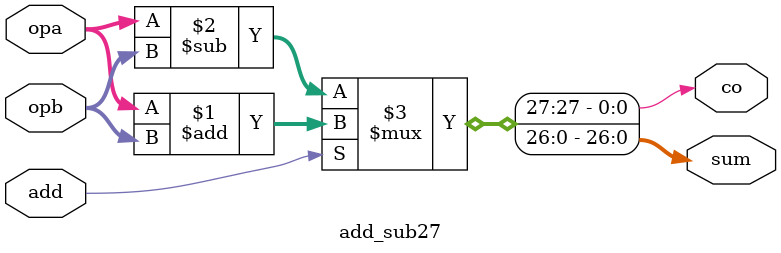
<source format=v>
module add_sub27(add, opa, opb, sum, co);
input		add;
input	[26:0]	opa, opb;
output	[26:0]	sum;
output		co;
assign {co, sum} = add ? (opa + opb) : (opa - opb);
endmodule
</source>
